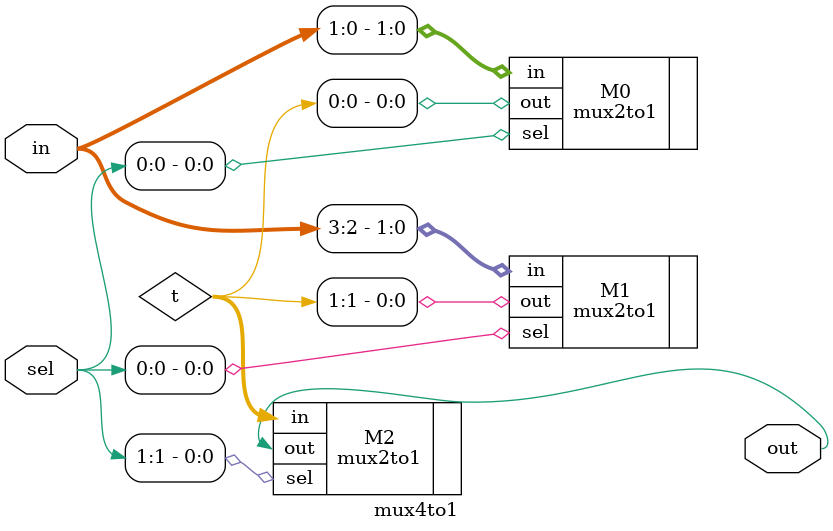
<source format=v>
module mux4to1 (out, sel, in);

	input [3:0] in;
	input [1:0] sel;
	output out;
	wire [1:0] t;
	
	mux2to1 M0 (.out(t[0]), .sel(sel[0]), .in(in[1:0]));
	mux2to1 M1 (.out(t[1]), .sel(sel[0]), .in(in[3:2]));
	mux2to1 M2 (.out(out), .sel(sel[1]), .in(t));
endmodule
	
	
</source>
